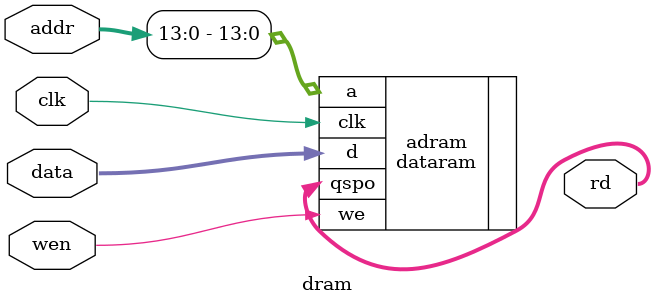
<source format=v>
`timescale 1ns / 1ps


module dram(
    input clk,
    input [31:0] addr,
    input [31:0] data,
    input wen,
    output [31:0] rd
    );
    
    dataram adram (
    .a(addr[13:0]),        // input wire [13 : 0] a
    .d(data),        // input wire [31 : 0] d
    .clk(clk),    // input wire clk
    .we(wen),      // input wire we
    .qspo(rd)  // output wire [31 : 0] qspo
    );
  
endmodule

</source>
